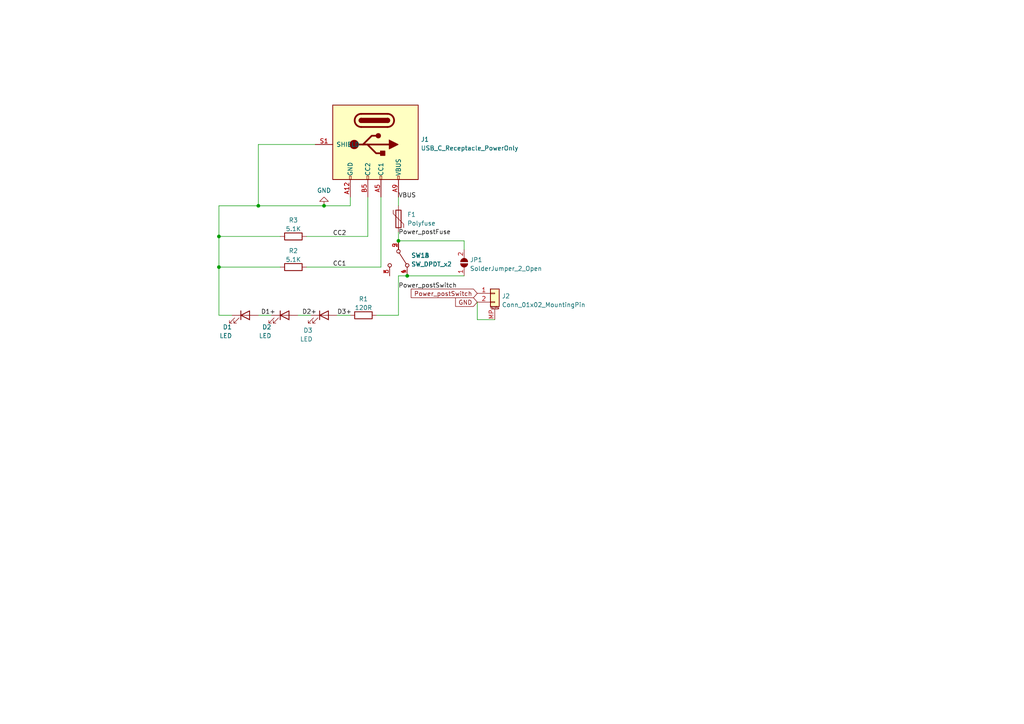
<source format=kicad_sch>
(kicad_sch (version 20231120) (generator "eeschema") (generator_version "8.0")
  (paper "A4")
  (lib_symbols
    (symbol "Connector_Generic_MountingPin:Conn_01x02_MountingPin" (pin_names (offset 1.016) hide)
      (property "Reference" "J" (at 0 2.54 0))
      (property "Value" "Conn_01x02_MountingPin" (at 1.27 -5.08 0))
      (symbol "Conn_01x02_MountingPin_1_1"
        (rectangle (start -1.27 -2.413) (end 0 -2.667) (stroke (width 0.1524)))
        (rectangle (start -1.27 0.127) (end 0 -0.127) (stroke (width 0.1524)))
        (rectangle (start -1.27 1.27) (end 1.27 -3.81) (stroke (width 0.254)) (fill (type background)))
        (polyline (pts (xy -1.016 -4.572) (xy 1.016 -4.572)) (stroke (width 0.1524)))
        (text "Mounting" (at 0 -4.191 0) (effects (font (size 0.381 0.381))))
        (pin passive line (at -5.08 0 0) (length 3.81) (name "Pin_1") (number "1"))
        (pin passive line (at -5.08 -2.54 0) (length 3.81) (name "Pin_2") (number "2"))
        (pin passive line (at 0 -7.62 90) (length 3.048) (name "MountPin") (number "MP"))
      )
    )
    (symbol "Device:LED" (pin_numbers hide) (pin_names (offset 1.016) hide)
      (property "Reference" "D" (at 0 2.54 0))
      (property "Value" "LED" (at 0 -2.54 0))
      (symbol "LED_0_1"
        (polyline (pts (xy -1.27 -1.27) (xy -1.27 1.27)) (stroke (width 0.254)))
        (polyline (pts (xy -1.27 0) (xy 1.27 0)))
        (polyline (pts (xy 1.27 -1.27) (xy 1.27 1.27) (xy -1.27 0) (xy 1.27 -1.27)) (stroke (width 0.254)))
        (polyline (pts (xy -3.048 -0.762) (xy -4.572 -2.286) (xy -3.81 -2.286) (xy -4.572 -2.286) (xy -4.572 -1.524)))
        (polyline (pts (xy -1.778 -0.762) (xy -3.302 -2.286) (xy -2.54 -2.286) (xy -3.302 -2.286) (xy -3.302 -1.524)))
      )
      (symbol "LED_1_1"
        (pin passive line (at -3.81 0 0) (length 2.54) (name "K") (number "1"))
        (pin passive line (at 3.81 0 180) (length 2.54) (name "A") (number "2"))
      )
    )
    (symbol "Device:Polyfuse" (pin_numbers hide) (pin_names (offset 0))
      (property "Reference" "F" (at -2.54 0 90))
      (property "Value" "Polyfuse" (at 2.54 0 90))
      (symbol "Polyfuse_0_1"
        (rectangle (start -0.762 2.54) (end 0.762 -2.54) (stroke (width 0.254)))
        (polyline (pts (xy 0 2.54) (xy 0 -2.54)))
        (polyline (pts (xy -1.524 2.54) (xy -1.524 1.524) (xy 1.524 -1.524) (xy 1.524 -2.54)))
      )
      (symbol "Polyfuse_1_1"
        (pin passive line (at 0 3.81 270) (length 1.27) (name "~") (number "1"))
        (pin passive line (at 0 -3.81 90) (length 1.27) (name "~") (number "2"))
      )
    )
    (symbol "Device:R" (pin_numbers hide) (pin_names (offset 0))
      (property "Reference" "R" (at 2.032 0 90))
      (property "Value" "R" (at 0 0 90))
      (symbol "R_0_1"
        (rectangle (start -1.016 -2.54) (end 1.016 2.54) (stroke (width 0.254)))
      )
      (symbol "R_1_1"
        (pin passive line (at 0 3.81 270) (length 1.27) (name "~") (number "1"))
        (pin passive line (at 0 -3.81 90) (length 1.27) (name "~") (number "2"))
      )
    )
    (symbol "Jumper:SolderJumper_2_Open" (pin_names (offset 0) hide)
      (property "Reference" "JP" (at 0 2.032 0))
      (property "Value" "SolderJumper_2_Open" (at 0 -2.54 0))
      (symbol "SolderJumper_2_Open_0_1"
        (arc (start -0.254 1.016) (mid -1.2656 0) (end -0.254 -1.016))
        (arc (start -0.254 1.016) (mid -1.2656 0) (end -0.254 -1.016) (fill (type outline)))
        (polyline (pts (xy -0.254 1.016) (xy -0.254 -1.016)))
        (polyline (pts (xy 0.254 1.016) (xy 0.254 -1.016)))
        (arc (start 0.254 -1.016) (mid 1.2656 0) (end 0.254 1.016))
        (arc (start 0.254 -1.016) (mid 1.2656 0) (end 0.254 1.016) (fill (type outline)))
      )
      (symbol "SolderJumper_2_Open_1_1"
        (pin passive line (at -3.81 0 0) (length 2.54) (name "A") (number "1"))
        (pin passive line (at 3.81 0 180) (length 2.54) (name "B") (number "2"))
      )
    )
    (symbol "Switch:SW_DPDT_x2" (pin_names (offset 0) hide)
      (property "Reference" "SW" (at 0 4.318 0))
      (property "Value" "SW_DPDT_x2" (at 0 -5.08 0))
      (symbol "SW_DPDT_x2_0_0"
        (circle (center -2.032 0) (radius 0.508))
        (circle (center 2.032 -2.54) (radius 0.508))
      )
      (symbol "SW_DPDT_x2_0_1"
        (polyline (pts (xy -1.524 0.254) (xy 1.651 2.286)))
        (circle (center 2.032 2.54) (radius 0.508))
      )
      (symbol "SW_DPDT_x2_1_1"
        (pin passive line (at 5.08 2.54 180) (length 2.54) (name "A") (number "1"))
        (pin passive line (at -5.08 0 0) (length 2.54) (name "B") (number "2"))
        (pin passive line (at 5.08 -2.54 180) (length 2.54) (name "C") (number "3"))
      )
      (symbol "SW_DPDT_x2_2_1"
        (pin passive line (at 5.08 2.54 180) (length 2.54) (name "A") (number "4"))
        (pin passive line (at -5.08 0 0) (length 2.54) (name "B") (number "5"))
        (pin passive line (at 5.08 -2.54 180) (length 2.54) (name "C") (number "6"))
      )
    )
    (symbol "power:GND" (power) (pin_names (offset 0))
      (property "Value" "GND" (at 0 -3.81 0))
      (symbol "GND_0_1"
        (polyline (pts (xy 0 0) (xy 0 -1.27) (xy 1.27 -1.27) (xy 0 -2.54) (xy -1.27 -1.27) (xy 0 -1.27)))
      )
      (symbol "GND_1_1"
        (pin power_in line (at 0 0 270) (length 0) hide (name "GND") (number "1"))
      )
    )
    (symbol "sensorstrip:USB_C_Receptacle_PowerOnly" (pin_names (offset 1.016))
      (property "Reference" "J" (at -13.335 15.875 0))
      (property "Value" "USB_C_Receptacle_PowerOnly" (at 13.97 19.685 0))
      (symbol "USB_C_Receptacle_PowerOnly_0_0"
        (rectangle (start 9.1111 2.7932) (end 10.1271 2.2852))
        (rectangle (start 9.1268 6.5868) (end 10.1428 6.0788))
        (rectangle (start 9.144 11.684) (end 10.16 11.176))
        (rectangle (start 9.1479 -2.282) (end 10.1639 -2.79))
      )
      (symbol "USB_C_Receptacle_PowerOnly_0_1"
        (rectangle (start -11.43 17.145) (end 10.16 -7.62) (stroke (width 0.254)) (fill (type background)))
        (arc (start -8.89 0.635) (mid -6.985 -1.2617) (end -5.08 0.635) (stroke (width 0.508)))
        (arc (start -7.62 0.635) (mid -6.985 0.0027) (end -6.35 0.635) (stroke (width 0.254)))
        (arc (start -7.62 0.635) (mid -6.985 0.0027) (end -6.35 0.635) (stroke (width 0.254)) (fill (type outline)))
        (rectangle (start -7.62 0.635) (end -6.35 8.255) (stroke (width 0.254)) (fill (type outline)))
        (arc (start -6.35 8.255) (mid -6.985 8.8873) (end -7.62 8.255) (stroke (width 0.254)))
        (arc (start -6.35 8.255) (mid -6.985 8.8873) (end -7.62 8.255) (stroke (width 0.254)) (fill (type outline)))
        (arc (start -5.08 8.255) (mid -6.985 10.1517) (end -8.89 8.255) (stroke (width 0.508)))
        (circle (center -2.54 5.588) (radius 0.635) (stroke (width 0.254)) (fill (type outline)))
        (circle (center 0 -1.397) (radius 1.27) (fill (type outline)))
        (polyline (pts (xy -8.89 0.635) (xy -8.89 8.255)) (stroke (width 0.508)))
        (polyline (pts (xy -5.08 8.255) (xy -5.08 0.635)) (stroke (width 0.508)))
        (polyline (pts (xy 0 -1.397) (xy 0 8.763)) (stroke (width 0.508)))
        (polyline (pts (xy 0 1.143) (xy -2.54 3.683) (xy -2.54 4.953)) (stroke (width 0.508)))
        (polyline (pts (xy 0 2.413) (xy 2.54 4.953) (xy 2.54 6.223)) (stroke (width 0.508)))
        (polyline (pts (xy -1.27 8.763) (xy 0 11.303) (xy 1.27 8.763) (xy -1.27 8.763)) (stroke (width 0.254)) (fill (type outline)))
        (rectangle (start 1.905 6.223) (end 3.175 7.493) (stroke (width 0.254)) (fill (type outline)))
      )
      (symbol "USB_C_Receptacle_PowerOnly_1_1"
        (pin power_out line (at 15.24 -2.54 180) (length 5.08) (name "GND") (number "A12"))
        (pin bidirectional line (at 15.24 6.35 180) (length 5.08) (name "CC1") (number "A5"))
        (pin power_out line (at 15.24 11.43 180) (length 5.08) (name "VBUS") (number "A9"))
        (pin passive line (at 15.24 -2.54 180) (length 5.08) hide (name "GND") (number "B12"))
        (pin bidirectional line (at 15.24 2.54 180) (length 5.08) (name "CC2") (number "B5"))
        (pin passive line (at 15.24 11.43 180) (length 5.08) hide (name "VBUS") (number "B9"))
        (pin passive line (at 0 -12.7 90) (length 5.08) (name "SHIELD") (number "S1"))
      )
    )
  )
  (junction (at 115.57 69.85))
  (junction (at 118.11 80.01))
  (junction (at 63.5 77.47))
  (junction (at 63.5 68.58))
  (junction (at 74.93 59.69))
  (junction (at 93.98 59.69))
  (wire (pts (xy 115.57 57.15) (xy 115.57 59.69)))
  (wire (pts (xy 101.6 91.44) (xy 97.79 91.44)))
  (wire (pts (xy 118.11 80.01) (xy 115.57 80.01)))
  (wire (pts (xy 88.9 68.58) (xy 106.68 68.58)))
  (wire (pts (xy 78.74 91.44) (xy 74.93 91.44)))
  (wire (pts (xy 90.17 91.44) (xy 86.36 91.44)))
  (wire (pts (xy 63.5 77.47) (xy 63.5 91.44)))
  (wire (pts (xy 88.9 77.47) (xy 110.49 77.47)))
  (wire (pts (xy 134.62 69.85) (xy 134.62 72.39)))
  (wire (pts (xy 63.5 68.58) (xy 81.28 68.58)))
  (wire (pts (xy 115.57 69.85) (xy 134.62 69.85)))
  (wire (pts (xy 134.62 80.01) (xy 118.11 80.01)))
  (wire (pts (xy 74.93 59.69) (xy 74.93 41.91)))
  (wire (pts (xy 63.5 68.58) (xy 63.5 77.47)))
  (wire (pts (xy 106.68 68.58) (xy 106.68 57.15)))
  (wire (pts (xy 63.5 77.47) (xy 81.28 77.47)))
  (wire (pts (xy 67.31 91.44) (xy 63.5 91.44)))
  (wire (pts (xy 138.43 92.71) (xy 143.51 92.71)))
  (wire (pts (xy 63.5 59.69) (xy 74.93 59.69)))
  (wire (pts (xy 115.57 91.44) (xy 109.22 91.44)))
  (wire (pts (xy 115.57 67.31) (xy 115.57 69.85)))
  (wire (pts (xy 110.49 57.15) (xy 110.49 77.47)))
  (wire (pts (xy 138.43 92.71) (xy 138.43 87.63)))
  (wire (pts (xy 63.5 59.69) (xy 63.5 68.58)))
  (wire (pts (xy 74.93 59.69) (xy 93.98 59.69)))
  (wire (pts (xy 93.98 59.69) (xy 101.6 59.69)))
  (wire (pts (xy 74.93 41.91) (xy 91.44 41.91)))
  (wire (pts (xy 115.57 80.01) (xy 115.57 91.44)))
  (wire (pts (xy 101.6 59.69) (xy 101.6 57.15)))
  (label "CC1" (at 96.52 77.47 0))
  (label "D2+" (at 87.63 91.44 0))
  (label "D1+" (at 75.692 91.44 0))
  (label "D3+" (at 97.79 91.44 0))
  (label "VBUS" (at 115.57 57.658 0))
  (label "CC2" (at 96.52 68.58 0))
  (label "Power_postSwitch" (at 115.57 83.82 0))
  (label "Power_postFuse" (at 115.57 68.326 0))
  (global_label "Power_postSwitch" (shape input) (at 138.43 85.09 180) (property "Intersheetrefs" "${INTERSHEET_REFS}" (effects (hide yes))))
  (global_label "GND" (shape input) (at 138.43 87.63 180) (property "Intersheetrefs" "${INTERSHEET_REFS}" (effects (hide yes))))
  (symbol (lib_id "Switch:SW_DPDT_x2") (at 115.57 74.93 270) (unit 1)
    (property "Reference" "SW1" (at 119.253 74.0953 90) (effects (justify left)))
    (property "Value" "SW_DPDT_x2" (at 119.253 76.6322 90) (effects (justify left)))
    (property "Footprint" "sensorstrip:JS202011SCQN-Hybrid" (effects (hide yes)))
  )
  (symbol (lib_id "Device:LED") (at 71.12 91.44 0) (unit 1)
    (property "Reference" "D1" (at 67.31 94.8598 0) (effects (justify right)))
    (property "Value" "LED" (at 67.31 97.3967 0) (effects (justify right)))
    (property "Footprint" "sensorstrip:LED_THT-1.27mm-OrthogonalSMDAndTHT" (effects (hide yes)))
  )
  (symbol (lib_id "Connector_Generic_MountingPin:Conn_01x02_MountingPin") (at 143.51 85.09 0) (unit 1)
    (property "Reference" "J2" (at 145.542 85.8809 0) (effects (justify left)))
    (property "Value" "Conn_01x02_MountingPin" (at 145.542 88.4178 0) (effects (justify left)))
    (property "Footprint" "Connector_Molex:Molex_PicoBlade_53261-0271_1x02-1MP_P1.25mm_Horizontal" (effects (hide yes)))
  )
  (symbol (lib_id "Device:R") (at 85.09 68.58 90) (unit 1)
    (property "Reference" "R3" (at 85.09 63.8642 90))
    (property "Value" "5.1K" (at 85.09 66.4011 90))
    (property "Footprint" "Resistor_SMD:R_0603_1608Metric_Pad0.98x0.95mm_HandSolder" (effects (hide yes)))
  )
  (symbol (lib_id "Device:Polyfuse") (at 115.57 63.5 0) (unit 1)
    (property "Reference" "F1" (at 118.11 62.2299 0) (effects (justify left)))
    (property "Value" "Polyfuse" (at 118.11 64.7699 0) (effects (justify left)))
    (property "Footprint" "Fuse:Fuse_0805_2012Metric_Pad1.15x1.40mm_HandSolder" (effects (hide yes)))
  )
  (symbol (lib_id "Jumper:SolderJumper_2_Open") (at 134.62 76.2 90) (unit 1)
    (property "Reference" "JP1" (at 136.271 75.3653 90) (effects (justify right)))
    (property "Value" "SolderJumper_2_Open" (at 136.271 77.9022 90) (effects (justify right)))
    (property "Footprint" "Jumper:SolderJumper-2_P1.3mm_Open_Pad1.0x1.5mm" (effects (hide yes)))
  )
  (symbol (lib_id "power:GND") (at 93.98 59.69 180) (unit 1)
    (property "Reference" "#PWR01" (effects (hide yes)))
    (property "Value" "GND" (at 93.98 55.2466 0))
  )
  (symbol (lib_id "Device:LED") (at 82.55 91.44 0) (unit 1)
    (property "Reference" "D2" (at 78.74 94.8598 0) (effects (justify right)))
    (property "Value" "LED" (at 78.74 97.3967 0) (effects (justify right)))
    (property "Footprint" "sensorstrip:LED_THT-1.27mm-OrthogonalSMDAndTHT" (effects (hide yes)))
  )
  (symbol (lib_id "sensorstrip:USB_C_Receptacle_PowerOnly") (at 104.14 41.91 270) (unit 1)
    (property "Reference" "J1" (at 122.047 40.4403 90) (effects (justify left)))
    (property "Value" "USB_C_Receptacle_PowerOnly" (at 122.047 42.9772 90) (effects (justify left)))
    (property "Footprint" "sensorstrip:DEALON USB Type-C 6Pin" (effects (hide yes)))
    (property "Datasheet" "https://www.usb.org/sites/default/files/documents/usb_type-c.zip" (effects (hide yes)))
  )
  (symbol (lib_id "Switch:SW_DPDT_x2") (at 115.57 74.93 270) (unit 2)
    (property "Reference" "SW1" (at 119.253 74.0953 90) (effects (justify left)))
    (property "Value" "SW_DPDT_x2" (at 119.253 76.6322 90) (effects (justify left)))
    (property "Footprint" "sensorstrip:JS202011SCQN-Hybrid" (effects (hide yes)))
  )
  (symbol (lib_id "Device:LED") (at 93.98 91.44 0) (unit 1)
    (property "Reference" "D3" (at 90.678 95.8214 0) (effects (justify right)))
    (property "Value" "LED" (at 90.678 98.3614 0) (effects (justify right)))
    (property "Footprint" "sensorstrip:LED_THT-1.27mm-OrthogonalSMDAndTHT" (effects (hide yes)))
  )
  (symbol (lib_id "Device:R") (at 105.41 91.44 90) (unit 1)
    (property "Reference" "R1" (at 105.41 86.7242 90))
    (property "Value" "120R" (at 105.41 89.2611 90))
    (property "Footprint" "Resistor_SMD:R_0805_2012Metric_Pad1.20x1.40mm_HandSolder" (effects (hide yes)))
  )
  (symbol (lib_id "Device:R") (at 85.09 77.47 90) (unit 1)
    (property "Reference" "R2" (at 85.09 72.7542 90))
    (property "Value" "5.1K" (at 85.09 75.2911 90))
    (property "Footprint" "Resistor_SMD:R_0603_1608Metric_Pad0.98x0.95mm_HandSolder" (effects (hide yes)))
  )
)
</source>
